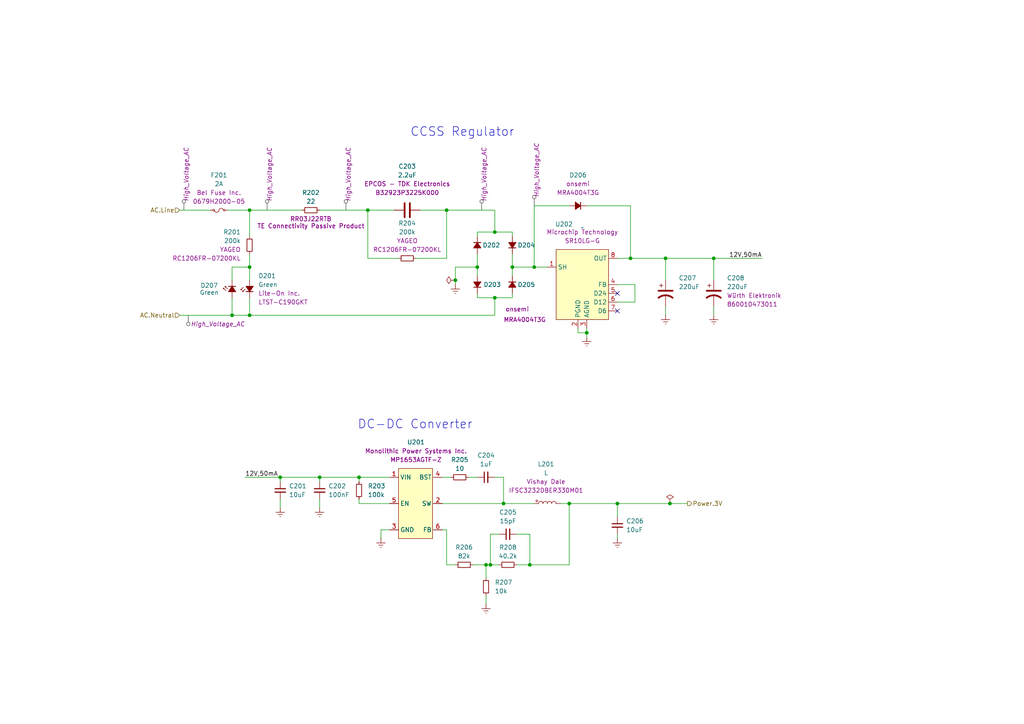
<source format=kicad_sch>
(kicad_sch (version 20231120) (generator "eeschema") (generator_version "8.0")
  (paper "A4")
  (title_block (title "Energy Meter") (date "2024-12-06") (rev "0"))
  (lib_symbols
    (symbol "The_Parts_Library:C0603_100nF_100V_X7R" (pin_numbers hide) (pin_names (offset 0) hide)
      (property "Reference" "C" (at 2.54 2.54 0))
      (property "Value" "100nF" (at 2.54 0 0))
      (symbol "C0603_100nF_100V_X7R_0_1"
        (polyline (pts (xy -1.524 -0.508) (xy 1.524 -0.508)) (stroke (width 0.3302)))
        (polyline (pts (xy -1.524 0.508) (xy 1.524 0.508)) (stroke (width 0.3048)))
      )
      (symbol "C0603_100nF_100V_X7R_1_1"
        (pin passive line (at 0 2.54 270) (length 2.032) (name "~") (number "1"))
        (pin passive line (at 0 -2.54 90) (length 2.032) (name "~") (number "2"))
      )
    )
    (symbol "The_Parts_Library:C0603_15pF_100V_C0G" (pin_numbers hide) (pin_names (offset 0) hide)
      (property "Reference" "C" (at 2.54 2.54 0))
      (property "Value" "15pF" (at 2.54 0 0))
      (symbol "C0603_15pF_100V_C0G_0_1"
        (polyline (pts (xy -1.524 -0.508) (xy 1.524 -0.508)) (stroke (width 0.3302)))
        (polyline (pts (xy -1.524 0.508) (xy 1.524 0.508)) (stroke (width 0.3048)))
      )
      (symbol "C0603_15pF_100V_C0G_1_1"
        (pin passive line (at 0 2.54 270) (length 2.032) (name "~") (number "1"))
        (pin passive line (at 0 -2.54 90) (length 2.032) (name "~") (number "2"))
      )
    )
    (symbol "The_Parts_Library:C0603_1uF_25V_X7R" (pin_numbers hide) (pin_names (offset 0) hide)
      (property "Reference" "C" (at 2.54 2.54 0))
      (property "Value" "1uF" (at 2.54 0 0))
      (symbol "C0603_1uF_25V_X7R_0_1"
        (polyline (pts (xy -1.524 -0.508) (xy 1.524 -0.508)) (stroke (width 0.3302)))
        (polyline (pts (xy -1.524 0.508) (xy 1.524 0.508)) (stroke (width 0.3048)))
      )
      (symbol "C0603_1uF_25V_X7R_1_1"
        (pin passive line (at 0 2.54 270) (length 2.032) (name "~") (number "1"))
        (pin passive line (at 0 -2.54 90) (length 2.032) (name "~") (number "2"))
      )
    )
    (symbol "The_Parts_Library:C1206_10uF_25V_X7R" (pin_numbers hide) (pin_names (offset 0) hide)
      (property "Reference" "C" (at 2.54 2.54 0))
      (property "Value" "10uF" (at 2.54 0 0))
      (symbol "C1206_10uF_25V_X7R_0_1"
        (polyline (pts (xy -1.524 -0.508) (xy 1.524 -0.508)) (stroke (width 0.3302)))
        (polyline (pts (xy -1.524 0.508) (xy 1.524 0.508)) (stroke (width 0.3048)))
      )
      (symbol "C1206_10uF_25V_X7R_1_1"
        (pin passive line (at 0 2.54 270) (length 2.032) (name "~") (number "1"))
        (pin passive line (at 0 -2.54 90) (length 2.032) (name "~") (number "2"))
      )
    )
    (symbol "The_Parts_Library:C_860010473011" (pin_numbers hide) (pin_names (offset 0) hide)
      (property "Reference" "C" (at 2.54 2.54 0))
      (property "Value" "220uF" (at 2.54 0.508 0))
      (property "Manufacturer" "Würth Elektronik" (at 2.794 -3.048 0))
      (property "Manufacturer Part Number" "860010473011" (at 2.54 -1.27 0))
      (symbol "C_860010473011_0_1"
        (polyline (pts (xy -2.032 0.762) (xy 2.032 0.762)) (stroke (width 0.508)))
        (polyline (pts (xy -1.778 2.286) (xy -0.762 2.286)))
        (polyline (pts (xy -1.27 1.778) (xy -1.27 2.794)))
        (arc (start 2.032 -1.27) (mid 0 -0.5572) (end -2.032 -1.27) (stroke (width 0.508)))
      )
      (symbol "C_860010473011_1_1"
        (pin passive line (at 0 3.81 270) (length 2.794) (name "~") (number "1"))
        (pin passive line (at 0 -3.81 90) (length 3.302) (name "~") (number "2"))
      )
    )
    (symbol "The_Parts_Library:C_B32923P3225K000" (pin_numbers hide) (pin_names (offset 0.254))
      (property "Reference" "C" (at 4.572 4.572 0))
      (property "Value" "2.2uF" (at 4.572 2.286 0))
      (property "Manufacturer" "EPCOS - TDK Electronics" (at 4.318 -2.286 0))
      (property "Manufacturer Part Number" "B32923P3225K000" (at 4.318 0.254 0))
      (symbol "C_B32923P3225K000_0_1"
        (polyline (pts (xy -2.032 -0.762) (xy 2.032 -0.762)) (stroke (width 0.508)))
        (polyline (pts (xy -2.032 0.762) (xy 2.032 0.762)) (stroke (width 0.508)))
      )
      (symbol "C_B32923P3225K000_1_1"
        (pin passive line (at 0 3.81 270) (length 2.794) (name "~") (number "1"))
        (pin passive line (at 0 -3.81 90) (length 2.794) (name "~") (number "2"))
      )
    )
    (symbol "The_Parts_Library:D_LTST-C190GKT" (pin_numbers hide) (pin_names (offset 0) hide)
      (property "Reference" "D" (at 2.54 5.08 0))
      (property "Value" "Green" (at 2.54 2.54 0))
      (property "Manufacturer" "Lite-On Inc." (at 2.54 -2.54 0))
      (property "Manufacturer Part Number" "LTST-C190GKT" (at 2.54 0 0))
      (symbol "D_LTST-C190GKT_0_1"
        (polyline (pts (xy -1.778 0.508) (xy -2.54 -0.254)))
        (polyline (pts (xy -1.27 0) (xy -2.032 -0.762)))
        (polyline (pts (xy 1.016 -0.762) (xy -1.016 -0.762)) (stroke (width 0.254)))
        (polyline (pts (xy -2.54 -0.254) (xy -2.54 0) (xy -2.286 -0.254) (xy -2.54 -0.254)))
        (polyline (pts (xy -2.032 -0.762) (xy -2.032 -0.508) (xy -1.778 -0.762) (xy -2.032 -0.762)))
        (polyline (pts (xy 1.016 0.762) (xy 0 -0.762) (xy -1.016 0.762) (xy 1.016 0.762)) (stroke (width 0.254)) (fill (type outline)))
      )
      (symbol "D_LTST-C190GKT_1_1"
        (pin passive line (at 0 -2.54 90) (length 1.778) (name "K") (number "1"))
        (pin passive line (at 0 2.54 270) (length 1.778) (name "A") (number "2"))
      )
    )
    (symbol "The_Parts_Library:D_MRA4004" (pin_numbers hide) (pin_names (offset 0) hide)
      (property "Reference" "D" (at 2.54 1.016 0))
      (property "Manufacturer" "onsemi" (at 2.54 -1.778 0))
      (property "Manufacturer Part Number" "MRA4004T3G" (at 2.54 -0.508 0))
      (symbol "D_MRA4004_0_1"
        (polyline (pts (xy 1.016 -0.762) (xy -1.016 -0.762)) (stroke (width 0.254)))
        (polyline (pts (xy 1.016 0.762) (xy 0 -0.762) (xy -1.016 0.762) (xy 1.016 0.762)) (stroke (width 0.254)) (fill (type outline)))
      )
      (symbol "D_MRA4004_1_1"
        (pin passive line (at 0 -2.54 90) (length 1.778) (name "K") (number "1"))
        (pin passive line (at 0 2.54 270) (length 1.778) (name "A") (number "2"))
      )
    )
    (symbol "The_Parts_Library:F_0679H2000-05" (pin_numbers hide) (pin_names (offset 0) hide)
      (property "Reference" "F" (at 2.032 6.096 0))
      (property "Value" "2A" (at 2.032 4.318 0))
      (property "Manufacturer" "Bel Fuse Inc." (at 2.032 2.54 0))
      (property "Manufacturer Part Number" "0679H2000-05" (at 2.032 0.508 0))
      (symbol "F_0679H2000-05_0_1"
        (circle (center 0 1.016) (radius 0.254))
        (arc (start 0 1.27) (mid 0.5403 1.905) (end 0 2.54))
        (arc (start 0 3.81) (mid -0.635 3.175) (end 0 2.54))
        (circle (center 0 4.064) (radius 0.254))
      )
      (symbol "F_0679H2000-05_1_1"
        (pin passive line (at 0 5.08 270) (length 0.762) (name "~") (number "1"))
        (pin passive line (at 0 0 90) (length 0.762) (name "~") (number "2"))
      )
    )
    (symbol "The_Parts_Library:L_IFSC3232DBER330M01" (pin_numbers hide) (pin_names (offset 0) hide)
      (property "Reference" "L" (at 2.54 2.54 0))
      (property "Value" "L" (at 2.54 0 0))
      (property "Manufacturer" "Vishay Dale" (at 2.54 -5.08 0))
      (property "Manufacturer Part Number" "IFSC3232DBER330M01" (at 2.54 -2.54 0))
      (symbol "L_IFSC3232DBER330M01_0_1"
        (arc (start 0 -2.54) (mid 0.6323 -1.905) (end 0 -1.27))
        (arc (start 0 -1.27) (mid 0.6323 -0.635) (end 0 0))
        (arc (start 0 0) (mid 0.6323 0.635) (end 0 1.27))
        (arc (start 0 1.27) (mid 0.6323 1.905) (end 0 2.54))
        (circle (center 0.762 3.048) (radius 0.254))
      )
      (symbol "L_IFSC3232DBER330M01_1_1"
        (pin passive line (at 0 3.81 270) (length 1.27) (name "1") (number "1"))
        (pin passive line (at 0 -3.81 90) (length 1.27) (name "2") (number "2"))
      )
    )
    (symbol "The_Parts_Library:R0603_100k" (pin_numbers hide) (pin_names (offset 0.254) hide)
      (property "Reference" "R" (at 1.27 2.54 0))
      (property "Value" "100k" (at 1.27 0 0))
      (symbol "R0603_100k_0_1"
        (rectangle (start -0.762 1.778) (end 0.762 -1.778) (stroke (width 0.2032)))
      )
      (symbol "R0603_100k_1_1"
        (pin passive line (at 0 2.54 270) (length 0.762) (name "~") (number "1"))
        (pin passive line (at 0 -2.54 90) (length 0.762) (name "~") (number "2"))
      )
    )
    (symbol "The_Parts_Library:R0603_10R" (pin_numbers hide) (pin_names (offset 0.254) hide)
      (property "Reference" "R" (at 0.762 0.508 0))
      (property "Value" "10" (at 0.762 -1.016 0))
      (symbol "R0603_10R_0_1"
        (rectangle (start -0.762 1.778) (end 0.762 -1.778) (stroke (width 0.2032)))
      )
      (symbol "R0603_10R_1_1"
        (pin passive line (at 0 2.54 270) (length 0.762) (name "~") (number "1"))
        (pin passive line (at 0 -2.54 90) (length 0.762) (name "~") (number "2"))
      )
    )
    (symbol "The_Parts_Library:R0603_10k" (pin_numbers hide) (pin_names (offset 0.254) hide)
      (property "Reference" "R" (at 0.762 0.508 0))
      (property "Value" "10k" (at 0.762 -1.016 0))
      (symbol "R0603_10k_0_1"
        (rectangle (start -0.762 1.778) (end 0.762 -1.778) (stroke (width 0.2032)))
      )
      (symbol "R0603_10k_1_1"
        (pin passive line (at 0 2.54 270) (length 0.762) (name "~") (number "1"))
        (pin passive line (at 0 -2.54 90) (length 0.762) (name "~") (number "2"))
      )
    )
    (symbol "The_Parts_Library:R0603_40.2k" (pin_numbers hide) (pin_names (offset 0.254) hide)
      (property "Reference" "R" (at 0.762 0.508 0))
      (property "Value" "40.2k" (at 0.762 -1.016 0))
      (symbol "R0603_40.2k_0_1"
        (rectangle (start -0.762 1.778) (end 0.762 -1.778) (stroke (width 0.2032)))
      )
      (symbol "R0603_40.2k_1_1"
        (pin passive line (at 0 2.54 270) (length 0.762) (name "~") (number "1"))
        (pin passive line (at 0 -2.54 90) (length 0.762) (name "~") (number "2"))
      )
    )
    (symbol "The_Parts_Library:R0603_82k" (pin_numbers hide) (pin_names (offset 0.254) hide)
      (property "Reference" "R" (at 0.762 0.508 0))
      (property "Value" "82k" (at 0.762 -1.016 0))
      (symbol "R0603_82k_0_1"
        (rectangle (start -0.762 1.778) (end 0.762 -1.778) (stroke (width 0.2032)))
      )
      (symbol "R0603_82k_1_1"
        (pin passive line (at 0 2.54 270) (length 0.762) (name "~") (number "1"))
        (pin passive line (at 0 -2.54 90) (length 0.762) (name "~") (number "2"))
      )
    )
    (symbol "The_Parts_Library:R1206_200k" (pin_numbers hide) (pin_names (offset 0.254) hide)
      (property "Reference" "R" (at 0.762 0.508 0))
      (property "Value" "200k" (at 0.762 -1.016 0))
      (property "Manufacturer" "YAGEO" (at 0.762 -4.318 0))
      (property "Manufacturer Part Number" "RC1206FR-07200KL" (at 0.762 -2.54 0))
      (symbol "R1206_200k_0_1"
        (rectangle (start -0.762 1.778) (end 0.762 -1.778) (stroke (width 0.2032)))
      )
      (symbol "R1206_200k_1_1"
        (pin passive line (at 0 2.54 270) (length 0.762) (name "~") (number "1"))
        (pin passive line (at 0 -2.54 90) (length 0.762) (name "~") (number "2"))
      )
    )
    (symbol "The_Parts_Library:R_THD_22R" (pin_numbers hide) (pin_names (offset 0.254) hide)
      (property "Reference" "R" (at 0.762 0.508 0))
      (property "Value" "22" (at 0.762 -1.016 0))
      (property "Manufacturer" "TE Connectivity Passive Product" (at 0.762 -4.572 0))
      (property "Manufacturer Part Number" "RR03J22RTB" (at 0.762 -2.794 0))
      (symbol "R_THD_22R_0_1"
        (rectangle (start -0.762 1.778) (end 0.762 -1.778) (stroke (width 0.2032)))
      )
      (symbol "R_THD_22R_1_1"
        (pin passive line (at 0 2.54 270) (length 0.762) (name "~") (number "1"))
        (pin passive line (at 0 -2.54 90) (length 0.762) (name "~") (number "2"))
      )
    )
    (symbol "The_Parts_Library:U_MP1653"
      (property "Reference" "U" (at -5.08 17.78 0))
      (property "Manufacturer" "Monolithic Power Systems Inc." (at -5.08 12.7 0))
      (property "Manufacturer Part Number" "MP1653AGTF-Z" (at -5.08 15.24 0))
      (symbol "U_MP1653_1_0"
        (pin input line (at -7.62 7.62 0) (length 2.54) (name "VIN") (number "1"))
        (pin passive line (at 7.62 0 180) (length 2.54) (name "SW") (number "2"))
        (pin power_in line (at -7.62 -7.62 0) (length 2.54) (name "GND") (number "3"))
        (pin passive line (at 7.62 7.62 180) (length 2.54) (name "BST") (number "4"))
        (pin input line (at -7.62 0 0) (length 2.54) (name "EN") (number "5"))
        (pin input line (at 7.62 -7.62 180) (length 2.54) (name "FB") (number "6"))
      )
      (symbol "U_MP1653_1_1"
        (rectangle (start -5.08 10.16) (end 4.826 -10.16) (fill (type background)))
      )
    )
    (symbol "The_Parts_Library:U_SR10"
      (property "Reference" "U" (at -7.112 16.51 0))
      (property "Manufacturer" "Microchip Technology" (at -7.112 11.43 0))
      (property "Manufacturer Part Number" "SR10LG-G" (at -7.112 13.97 0))
      (symbol "U_SR10_0_0"
        (pin input line (at -10.16 5.08 0) (length 2.54) (name "SH") (number "1"))
        (pin power_in line (at -1.27 -12.7 90) (length 2.54) (name "PGND") (number "2"))
        (pin power_in line (at 1.27 -12.7 90) (length 2.54) (name "AGND") (number "3"))
        (pin input line (at 10.16 0 180) (length 2.54) (name "FB") (number "4"))
        (pin passive line (at 10.16 -2.54 180) (length 2.54) (name "D24") (number "5"))
        (pin passive line (at 10.16 -5.08 180) (length 2.54) (name "D12") (number "6"))
        (pin passive line (at 10.16 -7.62 180) (length 2.54) (name "D6") (number "7"))
        (pin output line (at 10.16 7.62 180) (length 2.54) (name "OUT") (number "8"))
      )
      (symbol "U_SR10_1_1"
        (rectangle (start -7.62 10.16) (end 7.62 -10.16) (fill (type background)))
      )
    )
    (symbol "The_Parts_Library:V_GND" (power) (pin_numbers hide) (pin_names hide) (exclude_from_sim yes) (in_bom no) (on_board no)
      (symbol "V_GND_0_1"
        (polyline (pts (xy -0.635 -1.905) (xy 0.635 -1.905)))
        (polyline (pts (xy -0.127 -2.54) (xy 0.127 -2.54)))
        (polyline (pts (xy 0 -1.27) (xy 0 0)))
        (polyline (pts (xy 1.27 -1.27) (xy -1.27 -1.27)))
      )
      (symbol "V_GND_1_1"
        (pin power_in line (at 0 0 270) (length 0) (name "~") (number "1"))
      )
    )
    (symbol "The_Parts_Library:V_PWR" (power) (pin_numbers hide) (pin_names (offset 0) hide)
      (symbol "V_PWR_0_0"
        (pin power_out line (at 0 0 90) (length 0) (name "~") (number "1"))
      )
      (symbol "V_PWR_0_1"
        (polyline (pts (xy 0 0) (xy 0 1.27) (xy -1.016 1.905) (xy 0 2.54) (xy 1.016 1.905) (xy 0 1.27)))
      )
    )
  )
  (junction (at 129.54 60.96))
  (junction (at 182.88 74.93))
  (junction (at 193.04 74.93))
  (junction (at 146.05 146.05))
  (junction (at 165.1 146.05))
  (junction (at 72.39 60.96))
  (junction (at 170.18 96.52))
  (junction (at 72.39 91.44))
  (junction (at 132.08 81.28))
  (junction (at 92.71 138.43))
  (junction (at 67.31 91.44))
  (junction (at 138.43 77.47))
  (junction (at 194.31 146.05))
  (junction (at 72.39 77.47))
  (junction (at 148.59 77.47))
  (junction (at 81.28 138.43))
  (junction (at 104.14 138.43))
  (junction (at 153.67 163.83))
  (junction (at 207.01 74.93))
  (junction (at 179.07 146.05))
  (junction (at 142.24 163.83))
  (junction (at 140.97 163.83))
  (junction (at 143.51 67.31))
  (junction (at 106.68 60.96))
  (junction (at 154.94 77.47))
  (junction (at 143.51 86.36))
  (no_connect (at 179.07 85.09))
  (no_connect (at 179.07 90.17))
  (wire (pts (xy 170.18 96.52) (xy 167.64 96.52)))
  (wire (pts (xy 66.04 60.96) (xy 72.39 60.96)))
  (wire (pts (xy 194.31 146.05) (xy 179.07 146.05)))
  (wire (pts (xy 142.24 163.83) (xy 142.24 154.94)))
  (wire (pts (xy 165.1 163.83) (xy 165.1 146.05)))
  (wire (pts (xy 148.59 77.47) (xy 148.59 80.01)))
  (wire (pts (xy 179.07 146.05) (xy 179.07 149.86)))
  (wire (pts (xy 138.43 68.58) (xy 138.43 67.31)))
  (wire (pts (xy 153.67 154.94) (xy 153.67 163.83)))
  (wire (pts (xy 148.59 67.31) (xy 148.59 68.58)))
  (wire (pts (xy 199.39 146.05) (xy 194.31 146.05)))
  (wire (pts (xy 143.51 60.96) (xy 143.51 67.31)))
  (wire (pts (xy 138.43 77.47) (xy 132.08 77.47)))
  (wire (pts (xy 137.16 163.83) (xy 140.97 163.83)))
  (wire (pts (xy 153.67 163.83) (xy 165.1 163.83)))
  (wire (pts (xy 140.97 163.83) (xy 140.97 167.64)))
  (wire (pts (xy 148.59 73.66) (xy 148.59 77.47)))
  (wire (pts (xy 179.07 74.93) (xy 182.88 74.93)))
  (wire (pts (xy 120.65 74.93) (xy 129.54 74.93)))
  (wire (pts (xy 67.31 77.47) (xy 67.31 81.28)))
  (wire (pts (xy 129.54 60.96) (xy 143.51 60.96)))
  (wire (pts (xy 207.01 74.93) (xy 207.01 81.28)))
  (wire (pts (xy 149.86 163.83) (xy 153.67 163.83)))
  (wire (pts (xy 149.86 154.94) (xy 153.67 154.94)))
  (wire (pts (xy 115.57 74.93) (xy 106.68 74.93)))
  (wire (pts (xy 92.71 60.96) (xy 106.68 60.96)))
  (wire (pts (xy 143.51 86.36) (xy 148.59 86.36)))
  (wire (pts (xy 140.97 163.83) (xy 142.24 163.83)))
  (wire (pts (xy 179.07 154.94) (xy 179.07 156.21)))
  (wire (pts (xy 72.39 77.47) (xy 67.31 77.47)))
  (wire (pts (xy 135.89 138.43) (xy 138.43 138.43)))
  (wire (pts (xy 67.31 86.36) (xy 67.31 91.44)))
  (wire (pts (xy 81.28 144.78) (xy 81.28 147.32)))
  (wire (pts (xy 146.05 138.43) (xy 146.05 146.05)))
  (wire (pts (xy 167.64 96.52) (xy 167.64 95.25)))
  (wire (pts (xy 170.18 95.25) (xy 170.18 96.52)))
  (wire (pts (xy 148.59 86.36) (xy 148.59 85.09)))
  (wire (pts (xy 193.04 74.93) (xy 207.01 74.93)))
  (wire (pts (xy 165.1 146.05) (xy 179.07 146.05)))
  (wire (pts (xy 113.03 146.05) (xy 104.14 146.05)))
  (wire (pts (xy 148.59 77.47) (xy 154.94 77.47)))
  (wire (pts (xy 128.27 138.43) (xy 130.81 138.43)))
  (wire (pts (xy 92.71 144.78) (xy 92.71 147.32)))
  (wire (pts (xy 146.05 146.05) (xy 154.94 146.05)))
  (wire (pts (xy 142.24 154.94) (xy 144.78 154.94)))
  (wire (pts (xy 72.39 77.47) (xy 72.39 81.28)))
  (wire (pts (xy 170.18 96.52) (xy 170.18 97.79)))
  (wire (pts (xy 104.14 138.43) (xy 92.71 138.43)))
  (wire (pts (xy 113.03 153.67) (xy 110.49 153.67)))
  (wire (pts (xy 72.39 91.44) (xy 143.51 91.44)))
  (wire (pts (xy 104.14 146.05) (xy 104.14 144.78)))
  (wire (pts (xy 154.94 77.47) (xy 154.94 59.69)))
  (wire (pts (xy 140.97 172.72) (xy 140.97 175.26)))
  (wire (pts (xy 182.88 74.93) (xy 193.04 74.93)))
  (wire (pts (xy 143.51 91.44) (xy 143.51 86.36)))
  (wire (pts (xy 72.39 60.96) (xy 87.63 60.96)))
  (wire (pts (xy 104.14 138.43) (xy 104.14 139.7)))
  (wire (pts (xy 106.68 60.96) (xy 114.3 60.96)))
  (wire (pts (xy 132.08 81.28) (xy 132.08 82.55)))
  (wire (pts (xy 129.54 74.93) (xy 129.54 60.96)))
  (wire (pts (xy 143.51 86.36) (xy 138.43 86.36)))
  (wire (pts (xy 67.31 91.44) (xy 72.39 91.44)))
  (wire (pts (xy 128.27 146.05) (xy 146.05 146.05)))
  (wire (pts (xy 207.01 74.93) (xy 220.98 74.93)))
  (wire (pts (xy 129.54 153.67) (xy 128.27 153.67)))
  (wire (pts (xy 72.39 60.96) (xy 72.39 68.58)))
  (wire (pts (xy 92.71 138.43) (xy 81.28 138.43)))
  (wire (pts (xy 92.71 138.43) (xy 92.71 139.7)))
  (wire (pts (xy 72.39 86.36) (xy 72.39 91.44)))
  (wire (pts (xy 182.88 59.69) (xy 170.18 59.69)))
  (wire (pts (xy 81.28 138.43) (xy 81.28 139.7)))
  (wire (pts (xy 142.24 163.83) (xy 144.78 163.83)))
  (wire (pts (xy 138.43 67.31) (xy 143.51 67.31)))
  (wire (pts (xy 207.01 88.9) (xy 207.01 91.44)))
  (wire (pts (xy 184.15 87.63) (xy 179.07 87.63)))
  (wire (pts (xy 71.12 138.43) (xy 81.28 138.43)))
  (wire (pts (xy 113.03 138.43) (xy 104.14 138.43)))
  (wire (pts (xy 132.08 163.83) (xy 129.54 163.83)))
  (wire (pts (xy 132.08 77.47) (xy 132.08 81.28)))
  (wire (pts (xy 182.88 74.93) (xy 182.88 59.69)))
  (wire (pts (xy 193.04 74.93) (xy 193.04 81.28)))
  (wire (pts (xy 179.07 82.55) (xy 184.15 82.55)))
  (wire (pts (xy 121.92 60.96) (xy 129.54 60.96)))
  (wire (pts (xy 110.49 153.67) (xy 110.49 156.21)))
  (wire (pts (xy 165.1 146.05) (xy 162.56 146.05)))
  (wire (pts (xy 143.51 138.43) (xy 146.05 138.43)))
  (wire (pts (xy 138.43 85.09) (xy 138.43 86.36)))
  (wire (pts (xy 72.39 73.66) (xy 72.39 77.47)))
  (wire (pts (xy 143.51 67.31) (xy 148.59 67.31)))
  (wire (pts (xy 184.15 82.55) (xy 184.15 87.63)))
  (wire (pts (xy 129.54 163.83) (xy 129.54 153.67)))
  (wire (pts (xy 138.43 77.47) (xy 138.43 80.01)))
  (wire (pts (xy 193.04 88.9) (xy 193.04 91.44)))
  (wire (pts (xy 138.43 73.66) (xy 138.43 77.47)))
  (wire (pts (xy 52.07 91.44) (xy 67.31 91.44)))
  (wire (pts (xy 106.68 74.93) (xy 106.68 60.96)))
  (wire (pts (xy 154.94 77.47) (xy 158.75 77.47)))
  (wire (pts (xy 52.07 60.96) (xy 60.96 60.96)))
  (wire (pts (xy 154.94 59.69) (xy 165.1 59.69)))
  (text "DC-DC Converter\n" (at 120.396 123.19 0) (effects (font (size 2.54 2.54))))
  (text "CCSS Regulator" (at 134.112 38.354 0) (effects (font (size 2.54 2.54))))
  (label "12V,50mA" (at 71.12 138.43 0))
  (label "12V,50mA" (at 220.98 74.93 180))
  (hierarchical_label "Power.3V" (shape output) (at 199.39 146.05 0))
  (hierarchical_label "AC.Neutral" (shape input) (at 52.07 91.44 180))
  (hierarchical_label "AC.Line" (shape input) (at 52.07 60.96 180))
  (netclass_flag "" (length 2.54) (shape round) (at 54.61 91.44 180) (property "Netclass" "High_Voltage_AC" (at 55.3085 93.98 0) (effects (font (italic yes)) (justify left))))
  (netclass_flag "" (length 2.54) (shape round) (at 154.94 59.69 0) (property "Netclass" "High_Voltage_AC" (at 155.6385 57.15 90) (effects (font (italic yes)) (justify left))))
  (netclass_flag "" (length 2.54) (shape round) (at 77.47 60.96 0) (property "Netclass" "High_Voltage_AC" (at 78.1685 58.42 90) (effects (font (italic yes)) (justify left))))
  (netclass_flag "" (length 2.54) (shape round) (at 53.34 60.96 0) (property "Netclass" "High_Voltage_AC" (at 54.0385 58.42 90) (effects (font (italic yes)) (justify left))))
  (netclass_flag "" (length 2.54) (shape round) (at 100.33 60.96 0) (property "Netclass" "High_Voltage_AC" (at 101.0285 58.42 90) (effects (font (italic yes)) (justify left))))
  (netclass_flag "" (length 2.54) (shape round) (at 139.7 60.96 0) (property "Netclass" "High_Voltage_AC" (at 140.3985 58.42 90) (effects (font (italic yes)) (justify left))))
  (symbol (lib_id "The_Parts_Library:D_MRA4004") (at 148.59 71.12 0) (unit 1)
    (property "Reference" "D204" (at 150.114 71.12 0) (effects (justify left)))
    (property "Footprint" "The_Parts_Library:onsemi_DO-214AC" (effects (hide yes)))
    (property "Description" "Diode 400 V 1A Surface Mount SMA" (effects (hide yes)))
    (property "Manufacturer" "onsemi" (effects (hide yes)))
    (property "Manufacturer Part Number" "MRA4004T3G" (effects (hide yes)))
    (property "Supplier" "Digikey" (effects (hide yes)))
    (property "Supplier Part Number" "MRA4004T3GOSTR-ND" (effects (hide yes)))
  )
  (symbol (lib_id "The_Parts_Library:C0603_1uF_25V_X7R") (at 140.97 138.43 90) (unit 1)
    (property "Reference" "C204" (at 140.9763 132.08 90))
    (property "Value" "1uF" (at 140.9763 134.62 90))
    (property "Footprint" "The_Parts_Library:C_0603" (effects (hide yes)))
    (property "Description" "1 uF ±10% 25V Ceramic Capacitor X7R 0603 (1608 Metric)" (effects (hide yes)))
    (property "Manufacturer" "Murata Electronics" (effects (hide yes)))
    (property "Manufacturer Part Number" "GCJ188R71E105KA01D" (effects (hide yes)))
    (property "Supplier" "Digikey" (effects (hide yes)))
    (property "Supplier Part Number" "490-14409-2-ND" (effects (hide yes)))
  )
  (symbol (lib_id "The_Parts_Library:R0603_10R") (at 133.35 138.43 90) (unit 1)
    (property "Reference" "R205" (at 133.35 133.35 90))
    (property "Value" "10" (at 133.35 135.89 90))
    (property "Footprint" "The_Parts_Library:R_0603" (effects (hide yes)))
    (property "Description" "10 Ohms ±1% 0.1W, 1/10W Chip Resistor 0603 (1608 Metric) Moisture Resistant Thick Film" (effects (hide yes)))
    (property "Supplier" "Digikey" (effects (hide yes)))
    (property "Supplier Part Number" "311-10.0HRTR-ND" (effects (hide yes)))
    (property "Manufacturer" "YAGEO" (effects (hide yes)))
    (property "Manufacturer Part Number" "RC0603FR-0710RL" (effects (hide yes)))
    (property "Sim.Device" "R" (effects (hide yes)))
    (property "Sim.Type" "=" (effects (hide yes)))
    (property "Sim.Params" "r=R_Small" (effects (hide yes)))
    (property "Sim.Pins" "1=+ 2=-" (effects (hide yes)))
  )
  (symbol (lib_id "The_Parts_Library:U_SR10") (at 168.91 82.55 0) (unit 1)
    (property "Reference" "U202" (at 163.576 65.024 0))
    (property "Value" "~" (at 168.91 66.04 0))
    (property "Footprint" "The_Parts_Library:Microchip_SOIC_8" (effects (hide yes)))
    (property "Description" "Converter Offline Shunt Topology 50Hz ~ 60Hz 8-SOIC" (effects (hide yes)))
    (property "Supplier" "Digikey" (effects (hide yes)))
    (property "Supplier Part Number" "SR10LG-GTR-ND" (effects (hide yes)))
    (property "Manufacturer" "Microchip Technology" (at 168.91 67.31 0))
    (property "Manufacturer Part Number" "SR10LG-G" (at 168.91 69.85 0))
  )
  (symbol (lib_id "The_Parts_Library:V_GND") (at 140.97 175.26 0) (unit 1) (exclude_from_sim yes) (in_bom no) (on_board no)
    (property "Reference" "#PWR0205" (effects (hide yes)))
    (property "Value" "GND" (effects (hide yes)))
  )
  (symbol (lib_id "The_Parts_Library:C0603_15pF_100V_C0G") (at 147.32 154.94 90) (unit 1)
    (property "Reference" "C205" (at 147.3263 148.59 90))
    (property "Value" "15pF" (at 147.3263 151.13 90))
    (property "Footprint" "The_Parts_Library:C_0603" (effects (hide yes)))
    (property "Description" "15 pF ±1% 100V Ceramic Capacitor C0G, NP0 0603 (1608 Metric)" (effects (hide yes)))
    (property "Manufacturer" "Murata Electronics" (effects (hide yes)))
    (property "Manufacturer Part Number" "GCM1885C2A150FA16D" (effects (hide yes)))
    (property "Supplier" "Digikey" (effects (hide yes)))
    (property "Supplier Part Number" "490-16416-2-ND" (effects (hide yes)))
  )
  (symbol (lib_id "The_Parts_Library:R_THD_22R") (at 90.17 60.96 90) (unit 1)
    (property "Reference" "R202" (at 90.17 55.88 90))
    (property "Value" "22" (at 90.17 58.42 90))
    (property "Footprint" "The_Parts_Library:TE_NeohmRR" (effects (hide yes)))
    (property "Description" "22 Ohms ±5% 3W Through Hole Resistor Axial Flame Retardant Coating, Pulse Withstanding, Safety Metal Film" (effects (hide yes)))
    (property "Sim.Device" "R" (effects (hide yes)))
    (property "Manufacturer" "TE Connectivity Passive Product" (at 90.17 65.532 90))
    (property "Sim.Type" "=" (effects (hide yes)))
    (property "Manufacturer Part Number" "RR03J22RTB" (at 90.17 63.5 90))
    (property "Supplier" "Digikey" (effects (hide yes)))
    (property "Sim.Params" "r=R_Small" (effects (hide yes)))
    (property "Sim.Pins" "1=+ 2=-" (effects (hide yes)))
    (property "Supplier Part Number" "A131649CT-ND" (effects (hide yes)))
  )
  (symbol (lib_id "The_Parts_Library:V_GND") (at 193.04 91.44 0) (unit 1) (exclude_from_sim yes) (in_bom no) (on_board no)
    (property "Reference" "#PWR0208" (effects (hide yes)))
    (property "Value" "GND" (effects (hide yes)))
  )
  (symbol (lib_id "The_Parts_Library:R0603_10k") (at 140.97 170.18 0) (unit 1)
    (property "Reference" "R207" (at 143.51 168.9099 0) (effects (justify left)))
    (property "Value" "10k" (at 143.51 171.4499 0) (effects (justify left)))
    (property "Footprint" "The_Parts_Library:R_0603" (effects (hide yes)))
    (property "Description" "10 kOhms ±1% 0.1W, 1/10W Chip Resistor 0603 (1608 Metric) Moisture Resistant Thick Film" (effects (hide yes)))
    (property "Supplier" "Digikey" (effects (hide yes)))
    (property "Supplier Part Number" "311-10.0KHRTR-ND" (effects (hide yes)))
    (property "Manufacturer" "YAGEO" (effects (hide yes)))
    (property "Manufacturer Part Number" "RC0603FR-0710KL" (effects (hide yes)))
    (property "Sim.Device" "R" (effects (hide yes)))
    (property "Sim.Type" "=" (effects (hide yes)))
    (property "Sim.Params" "r=R_Small" (effects (hide yes)))
    (property "Sim.Pins" "1=+ 2=-" (effects (hide yes)))
  )
  (symbol (lib_id "The_Parts_Library:R0603_82k") (at 134.62 163.83 90) (unit 1)
    (property "Reference" "R206" (at 134.62 158.75 90))
    (property "Value" "82k" (at 134.62 161.29 90))
    (property "Footprint" "The_Parts_Library:R_0603" (effects (hide yes)))
    (property "Description" "82 kOhms ±1% 0.1W, 1/10W Chip Resistor 0603 (1608 Metric) Moisture Resistant Thick Film" (effects (hide yes)))
    (property "Supplier" "Digikey" (effects (hide yes)))
    (property "Supplier Part Number" "311-82.0KHRTR-ND" (effects (hide yes)))
    (property "Manufacturer" "YAGEO" (effects (hide yes)))
    (property "Manufacturer Part Number" "RC0603FR-0782KL" (effects (hide yes)))
    (property "Sim.Device" "R" (effects (hide yes)))
    (property "Sim.Type" "=" (effects (hide yes)))
    (property "Sim.Params" "r=R_Small" (effects (hide yes)))
    (property "Sim.Pins" "1=+ 2=-" (effects (hide yes)))
  )
  (symbol (lib_id "The_Parts_Library:V_GND") (at 81.28 147.32 0) (unit 1) (exclude_from_sim yes) (in_bom no) (on_board no)
    (property "Reference" "#PWR0201" (effects (hide yes)))
    (property "Value" "GND" (effects (hide yes)))
  )
  (symbol (lib_id "The_Parts_Library:D_LTST-C190GKT") (at 67.31 83.82 0) (mirror x) (unit 1)
    (property "Reference" "D207" (at 63.246 82.804 0) (effects (justify right)))
    (property "Value" "Green" (at 63.5 84.836 0) (effects (justify right)))
    (property "Footprint" "The_Parts_Library:LiteOn_LED0603" (effects (hide yes)))
    (property "Description" "Green 569nm LED Indication - Discrete 2.1V 0603 (1608 Metric)" (effects (hide yes)))
    (property "Manufacturer" "Lite-On Inc." (effects (hide yes)))
    (property "Manufacturer Part Number" "LTST-C190GKT" (effects (hide yes)))
    (property "Supplier" "Digikey" (effects (hide yes)))
    (property "Supplier Part Number" "160-1183-2-ND" (effects (hide yes)))
  )
  (symbol (lib_id "The_Parts_Library:V_GND") (at 92.71 147.32 0) (unit 1) (exclude_from_sim yes) (in_bom no) (on_board no)
    (property "Reference" "#PWR0202" (effects (hide yes)))
    (property "Value" "GND" (effects (hide yes)))
  )
  (symbol (lib_id "The_Parts_Library:F_0679H2000-05") (at 66.04 60.96 90) (unit 1)
    (property "Reference" "F201" (at 63.5 50.8 90))
    (property "Value" "2A" (at 63.5 53.34 90))
    (property "Footprint" "The_Parts_Library:Bel_0679H" (effects (hide yes)))
    (property "Description" "2 A 350 V AC 72 V DC Fuse Board Mount (Cartridge Style Excluded) Surface Mount 2-SMD, Square End Block" (effects (hide yes)))
    (property "Manufacturer" "Bel Fuse Inc." (at 63.5 55.88 90))
    (property "Manufacturer Part Number" "0679H2000-05" (at 63.5 58.42 90))
    (property "Supplier" "Digikey" (effects (hide yes)))
    (property "Supplier Part Number" "5923-0679H2000-05TR-ND" (effects (hide yes)))
  )
  (symbol (lib_id "The_Parts_Library:D_LTST-C190GKT") (at 72.39 83.82 0) (unit 1)
    (property "Reference" "D201" (at 74.93 80.0099 0) (effects (justify left)))
    (property "Value" "Green" (at 74.93 82.5499 0) (effects (justify left)))
    (property "Footprint" "The_Parts_Library:LiteOn_LED0603" (effects (hide yes)))
    (property "Description" "Green 569nm LED Indication - Discrete 2.1V 0603 (1608 Metric)" (effects (hide yes)))
    (property "Manufacturer" "Lite-On Inc." (at 74.93 85.0899 0) (effects (justify left)))
    (property "Manufacturer Part Number" "LTST-C190GKT" (at 74.93 87.6299 0) (effects (justify left)))
    (property "Supplier" "Digikey" (effects (hide yes)))
    (property "Supplier Part Number" "160-1183-2-ND" (effects (hide yes)))
  )
  (symbol (lib_id "The_Parts_Library:D_MRA4004") (at 138.43 71.12 180) (unit 1)
    (property "Reference" "D202" (at 139.954 71.12 0) (effects (justify right)))
    (property "Footprint" "The_Parts_Library:onsemi_DO-214AC" (effects (hide yes)))
    (property "Description" "Diode 400 V 1A Surface Mount SMA" (effects (hide yes)))
    (property "Manufacturer" "onsemi" (at 146.558 89.662 0) (effects (justify right)))
    (property "Manufacturer Part Number" "MRA4004T3G" (at 146.05 92.71 0) (effects (justify right)))
    (property "Supplier" "Digikey" (effects (hide yes)))
    (property "Supplier Part Number" "MRA4004T3GOSTR-ND" (effects (hide yes)))
  )
  (symbol (lib_id "The_Parts_Library:R1206_200k") (at 118.11 74.93 90) (unit 1)
    (property "Reference" "R204" (at 118.11 64.77 90))
    (property "Value" "200k" (at 118.11 67.31 90))
    (property "Footprint" "The_Parts_Library:R_1206" (effects (hide yes)))
    (property "Description" "200 kOhms ±1% 0.25W, 1/4W Chip Resistor 1206 (3216 Metric) Moisture Resistant Thick Film" (effects (hide yes)))
    (property "Sim.Device" "R" (effects (hide yes)))
    (property "Manufacturer" "YAGEO" (at 118.11 69.85 90))
    (property "Sim.Type" "=" (effects (hide yes)))
    (property "Manufacturer Part Number" "RC1206FR-07200KL" (at 118.11 72.39 90))
    (property "Supplier" "Digikey" (effects (hide yes)))
    (property "Sim.Params" "r=R_Small" (effects (hide yes)))
    (property "Sim.Pins" "1=+ 2=-" (effects (hide yes)))
    (property "Supplier Part Number" "311-200KFRTR-ND" (effects (hide yes)))
  )
  (symbol (lib_id "The_Parts_Library:U_MP1653") (at 120.65 146.05 0) (unit 1)
    (property "Reference" "U201" (at 120.65 128.27 0))
    (property "Footprint" "The_Parts_Library:Monolithic_SOT563" (effects (hide yes)))
    (property "Manufacturer" "Monolithic Power Systems Inc." (at 120.65 130.81 0))
    (property "Manufacturer Part Number" "MP1653AGTF-Z" (at 120.65 133.35 0))
    (property "Supplier" "Digikey" (effects (hide yes)))
    (property "Supplier Part Number" "1589-MP1653AGTF-ZTR-ND" (effects (hide yes)))
  )
  (symbol (lib_id "The_Parts_Library:R1206_200k") (at 72.39 71.12 0) (unit 1)
    (property "Reference" "R201" (at 69.85 67.3099 0) (effects (justify right)))
    (property "Value" "200k" (at 69.85 69.8499 0) (effects (justify right)))
    (property "Footprint" "The_Parts_Library:R_1206" (effects (hide yes)))
    (property "Description" "200 kOhms ±1% 0.25W, 1/4W Chip Resistor 1206 (3216 Metric) Moisture Resistant Thick Film" (effects (hide yes)))
    (property "Sim.Device" "R" (effects (hide yes)))
    (property "Manufacturer" "YAGEO" (at 69.85 72.3899 0) (effects (justify right)))
    (property "Sim.Type" "=" (effects (hide yes)))
    (property "Manufacturer Part Number" "RC1206FR-07200KL" (at 69.85 74.9299 0) (effects (justify right)))
    (property "Supplier" "Digikey" (effects (hide yes)))
    (property "Sim.Params" "r=R_Small" (effects (hide yes)))
    (property "Sim.Pins" "1=+ 2=-" (effects (hide yes)))
    (property "Supplier Part Number" "311-200KFRTR-ND" (effects (hide yes)))
  )
  (symbol (lib_id "The_Parts_Library:V_PWR") (at 194.31 146.05 0) (unit 1)
    (property "Reference" "#FLG0202" (effects (hide yes)))
    (property "Value" "V_PWR" (effects (hide yes)))
    (property "Description" "Special symbol for telling ERC where power comes from" (effects (hide yes)))
  )
  (symbol (lib_id "The_Parts_Library:V_GND") (at 132.08 82.55 0) (unit 1) (exclude_from_sim yes) (in_bom no) (on_board no)
    (property "Reference" "#PWR0204" (effects (hide yes)))
    (property "Value" "GND" (effects (hide yes)))
  )
  (symbol (lib_id "The_Parts_Library:V_PWR") (at 132.08 81.28 90) (unit 1)
    (property "Reference" "#FLG0201" (effects (hide yes)))
    (property "Value" "V_PWR" (effects (hide yes)))
    (property "Description" "Special symbol for telling ERC where power comes from" (effects (hide yes)))
  )
  (symbol (lib_id "The_Parts_Library:D_MRA4004") (at 138.43 82.55 0) (unit 1)
    (property "Reference" "D203" (at 140.208 82.55 0) (effects (justify left)))
    (property "Footprint" "The_Parts_Library:onsemi_DO-214AC" (effects (hide yes)))
    (property "Description" "Diode 400 V 1A Surface Mount SMA" (effects (hide yes)))
    (property "Manufacturer" "onsemi" (effects (hide yes)))
    (property "Manufacturer Part Number" "MRA4004T3G" (effects (hide yes)))
    (property "Supplier" "Digikey" (effects (hide yes)))
    (property "Supplier Part Number" "MRA4004T3GOSTR-ND" (effects (hide yes)))
  )
  (symbol (lib_id "The_Parts_Library:C_860010473011") (at 193.04 85.09 0) (unit 1)
    (property "Reference" "C207" (at 196.85 80.6449 0) (effects (justify left)))
    (property "Value" "220uF" (at 196.85 83.1849 0) (effects (justify left)))
    (property "Footprint" "The_Parts_Library:Wurth_Radial_Cap_6.3MM" (effects (hide yes)))
    (property "Description" "220 µF 25 V Aluminum Electrolytic Capacitors Radial, Can 2000 Hrs @ 85°C" (effects (hide yes)))
    (property "Manufacturer" "Würth Elektronik" (effects (hide yes)))
    (property "Manufacturer Part Number" "860010473011" (effects (hide yes)))
    (property "Supplier" "Digikey" (effects (hide yes)))
    (property "Supplier Part Number" "732-8634-1-ND" (effects (hide yes)))
  )
  (symbol (lib_id "The_Parts_Library:V_GND") (at 207.01 91.44 0) (unit 1) (exclude_from_sim yes) (in_bom no) (on_board no)
    (property "Reference" "#PWR0209" (effects (hide yes)))
    (property "Value" "GND" (effects (hide yes)))
  )
  (symbol (lib_id "The_Parts_Library:R0603_40.2k") (at 147.32 163.83 90) (unit 1)
    (property "Reference" "R208" (at 147.32 158.75 90))
    (property "Value" "40.2k" (at 147.32 161.29 90))
    (property "Footprint" "The_Parts_Library:R_0603" (effects (hide yes)))
    (property "Description" "40.2 kOhms ±1% 0.1W, 1/10W Chip Resistor 0603 (1608 Metric) Moisture Resistant Thick Film" (effects (hide yes)))
    (property "Supplier" "Digikey" (effects (hide yes)))
    (property "Supplier Part Number" "311-40.2KHRTR-ND" (effects (hide yes)))
    (property "Manufacturer" "YAGEO" (effects (hide yes)))
    (property "Manufacturer Part Number" "RC0603FR-0740K2L" (effects (hide yes)))
    (property "Sim.Device" "R" (effects (hide yes)))
    (property "Sim.Type" "=" (effects (hide yes)))
    (property "Sim.Params" "r=R_Small" (effects (hide yes)))
    (property "Sim.Pins" "1=+ 2=-" (effects (hide yes)))
  )
  (symbol (lib_id "The_Parts_Library:C1206_10uF_25V_X7R") (at 81.28 142.24 0) (unit 1)
    (property "Reference" "C201" (at 83.82 140.9762 0) (effects (justify left)))
    (property "Value" "10uF" (at 83.82 143.5162 0) (effects (justify left)))
    (property "Footprint" "The_Parts_Library:C_1206" (effects (hide yes)))
    (property "Description" "10 µF ±10% 25V Ceramic Capacitor X7R 1206 (3216 Metric)" (effects (hide yes)))
    (property "Manufacturer" "Samsung Electro-Mechanics" (effects (hide yes)))
    (property "Manufacturer Part Number" "CL31B106KAHNFNE" (effects (hide yes)))
    (property "Supplier" "Digikey" (effects (hide yes)))
    (property "Supplier Part Number" "1276-3100-2-ND" (effects (hide yes)))
  )
  (symbol (lib_id "The_Parts_Library:V_GND") (at 110.49 156.21 0) (unit 1) (exclude_from_sim yes) (in_bom no) (on_board no)
    (property "Reference" "#PWR0203" (effects (hide yes)))
    (property "Value" "GND" (effects (hide yes)))
  )
  (symbol (lib_id "The_Parts_Library:D_MRA4004") (at 148.59 82.55 180) (unit 1)
    (property "Reference" "D205" (at 150.114 82.55 0) (effects (justify right)))
    (property "Footprint" "The_Parts_Library:onsemi_DO-214AC" (effects (hide yes)))
    (property "Description" "Diode 400 V 1A Surface Mount SMA" (effects (hide yes)))
    (property "Manufacturer" "onsemi" (effects (hide yes)))
    (property "Manufacturer Part Number" "MRA4004T3G" (effects (hide yes)))
    (property "Supplier" "Digikey" (effects (hide yes)))
    (property "Supplier Part Number" "MRA4004T3GOSTR-ND" (effects (hide yes)))
  )
  (symbol (lib_id "The_Parts_Library:R0603_100k") (at 104.14 142.24 0) (unit 1)
    (property "Reference" "R203" (at 106.68 140.9699 0) (effects (justify left)))
    (property "Value" "100k" (at 106.68 143.5099 0) (effects (justify left)))
    (property "Footprint" "The_Parts_Library:R_0603" (effects (hide yes)))
    (property "Description" "100 kOhms ±1% 0.1W, 1/10W Chip Resistor 0603 (1608 Metric) Moisture Resistant Thick Film" (effects (hide yes)))
    (property "Supplier" "Digikey" (effects (hide yes)))
    (property "Supplier Part Number" "311-100KHRTR-ND" (effects (hide yes)))
    (property "Manufacturer" "YAGEO" (effects (hide yes)))
    (property "Manufacturer Part Number" "RC0603FR-07100KL" (effects (hide yes)))
    (property "Sim.Device" "R" (effects (hide yes)))
    (property "Sim.Type" "=" (effects (hide yes)))
    (property "Sim.Params" "r=R_Small" (effects (hide yes)))
    (property "Sim.Pins" "1=+ 2=-" (effects (hide yes)))
  )
  (symbol (lib_id "The_Parts_Library:C_860010473011") (at 207.01 85.09 0) (unit 1)
    (property "Reference" "C208" (at 210.82 80.6449 0) (effects (justify left)))
    (property "Value" "220uF" (at 210.82 83.1849 0) (effects (justify left)))
    (property "Footprint" "The_Parts_Library:Wurth_Radial_Cap_6.3MM" (effects (hide yes)))
    (property "Description" "220 µF 25 V Aluminum Electrolytic Capacitors Radial, Can 2000 Hrs @ 85°C" (effects (hide yes)))
    (property "Manufacturer" "Würth Elektronik" (at 210.82 85.7249 0) (effects (justify left)))
    (property "Manufacturer Part Number" "860010473011" (at 210.82 88.2649 0) (effects (justify left)))
    (property "Supplier" "Digikey" (effects (hide yes)))
    (property "Supplier Part Number" "732-8634-1-ND" (effects (hide yes)))
  )
  (symbol (lib_id "The_Parts_Library:C_B32923P3225K000") (at 118.11 60.96 90) (unit 1)
    (property "Reference" "C203" (at 118.11 48.26 90))
    (property "Value" "2.2uF" (at 118.11 50.8 90))
    (property "Footprint" "The_Parts_Library:TDK_MPK_Polycap_22uF" (effects (hide yes)))
    (property "Description" "2.2 µF Film Capacitor 305V 630V Polypropylene (PP) Radial" (effects (hide yes)))
    (property "Manufacturer" "EPCOS - TDK Electronics" (at 118.11 53.34 90))
    (property "Manufacturer Part Number" "B32923P3225K000" (at 118.11 55.88 90))
    (property "Supplier" "Digikey" (effects (hide yes)))
    (property "Supplier Part Number" "495-B32923P3225K000-ND" (effects (hide yes)))
  )
  (symbol (lib_id "The_Parts_Library:V_GND") (at 179.07 156.21 0) (unit 1) (exclude_from_sim yes) (in_bom no) (on_board no)
    (property "Reference" "#PWR0207" (effects (hide yes)))
    (property "Value" "GND" (effects (hide yes)))
  )
  (symbol (lib_id "The_Parts_Library:L_IFSC3232DBER330M01") (at 158.75 146.05 90) (unit 1)
    (property "Reference" "L201" (at 158.369 134.62 90))
    (property "Value" "L" (at 158.369 137.16 90))
    (property "Footprint" "The_Parts_Library:Vishay_L_3131" (effects (hide yes)))
    (property "Description" "33 µH Shielded Wirewound Inductor 1.7 A 100mOhm 3131 (8080 Metric)" (effects (hide yes)))
    (property "Manufacturer" "Vishay Dale" (at 158.369 139.7 90))
    (property "Manufacturer Part Number" "IFSC3232DBER330M01" (at 158.369 142.24 90))
    (property "Supplier" "Digikey" (effects (hide yes)))
    (property "Supplier Part Number" "541-IFSC3232DBER330M01TR-ND" (effects (hide yes)))
  )
  (symbol (lib_id "The_Parts_Library:C0603_100nF_100V_X7R") (at 92.71 142.24 0) (unit 1)
    (property "Reference" "C202" (at 95.25 140.9762 0) (effects (justify left)))
    (property "Value" "100nF" (at 95.25 143.5162 0) (effects (justify left)))
    (property "Footprint" "The_Parts_Library:C_0603" (effects (hide yes)))
    (property "Description" "0.1 uF ±10% 100V Ceramic Capacitor X7R 0603 (1608 Metric)" (effects (hide yes)))
    (property "Manufacturer" "Murata Electronics" (effects (hide yes)))
    (property "Manufacturer Part Number" "GCJ188R72A104KA01D" (effects (hide yes)))
    (property "Supplier" "Digikey" (effects (hide yes)))
    (property "Supplier Part Number" "490-13420-2-ND" (effects (hide yes)))
  )
  (symbol (lib_id "The_Parts_Library:C1206_10uF_25V_X7R") (at 179.07 152.4 0) (unit 1)
    (property "Reference" "C206" (at 181.61 151.1362 0) (effects (justify left)))
    (property "Value" "10uF" (at 181.61 153.6762 0) (effects (justify left)))
    (property "Footprint" "The_Parts_Library:C_1206" (effects (hide yes)))
    (property "Description" "10 µF ±10% 25V Ceramic Capacitor X7R 1206 (3216 Metric)" (effects (hide yes)))
    (property "Manufacturer" "Samsung Electro-Mechanics" (effects (hide yes)))
    (property "Manufacturer Part Number" "CL31B106KAHNFNE" (effects (hide yes)))
    (property "Supplier" "Digikey" (effects (hide yes)))
    (property "Supplier Part Number" "1276-3100-2-ND" (effects (hide yes)))
  )
  (symbol (lib_id "The_Parts_Library:V_GND") (at 170.18 97.79 0) (unit 1) (exclude_from_sim yes) (in_bom no) (on_board no)
    (property "Reference" "#PWR0206" (effects (hide yes)))
    (property "Value" "GND" (effects (hide yes)))
  )
  (symbol (lib_id "The_Parts_Library:D_MRA4004") (at 167.64 59.69 90) (unit 1)
    (property "Reference" "D206" (at 167.64 50.8 90))
    (property "Footprint" "The_Parts_Library:onsemi_DO-214AC" (effects (hide yes)))
    (property "Description" "Diode 400 V 1A Surface Mount SMA" (effects (hide yes)))
    (property "Manufacturer" "onsemi" (at 167.64 53.34 90))
    (property "Manufacturer Part Number" "MRA4004T3G" (at 167.64 55.88 90))
    (property "Supplier" "Digikey" (effects (hide yes)))
    (property "Supplier Part Number" "MRA4004T3GOSTR-ND" (effects (hide yes)))
  )
)
</source>
